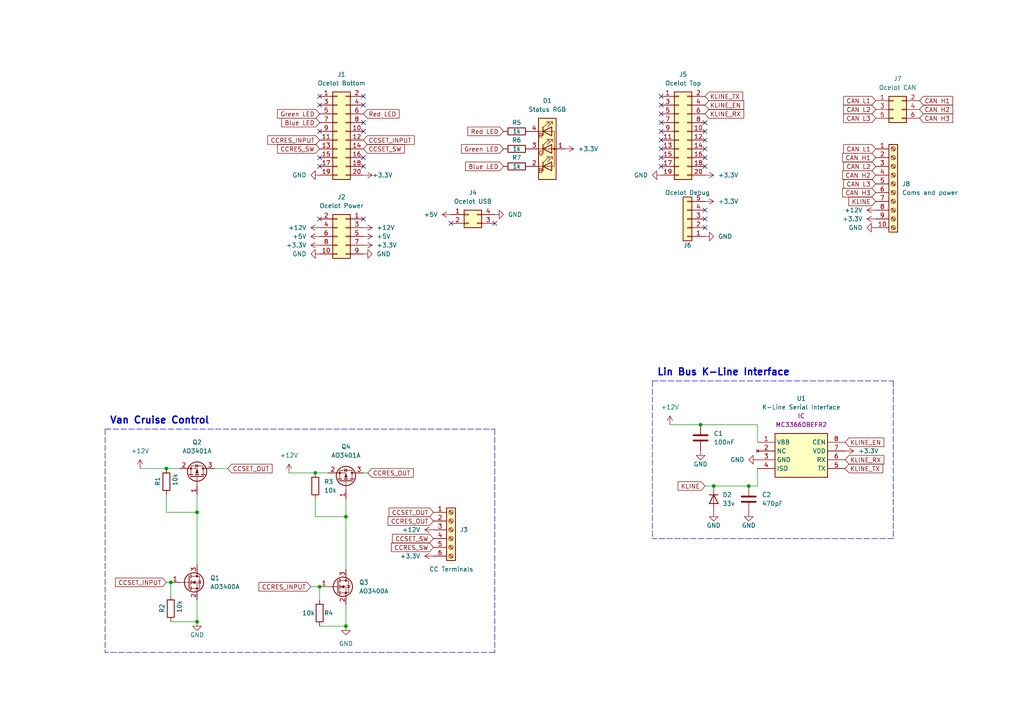
<source format=kicad_sch>
(kicad_sch (version 20211123) (generator eeschema)
  (paper "A4")
  (lib_symbols
    (symbol "Connector:Screw_Terminal_01x06" (pin_names (offset 1.016) hide)
      (property "Reference" "J" (at 0 7.62 0))
      (property "Value" "Screw_Terminal_01x06" (at 0 -10.16 0))
      (symbol "Screw_Terminal_01x06_1_1"
        (rectangle (start -1.27 6.35) (end 1.27 -8.89) (stroke (width 0.254)) (fill (type background)))
        (circle (center 0 -7.62) (radius 0.635) (stroke (width 0.1524)))
        (circle (center 0 -5.08) (radius 0.635) (stroke (width 0.1524)))
        (circle (center 0 -2.54) (radius 0.635) (stroke (width 0.1524)))
        (polyline (pts (xy -0.5334 -7.2898) (xy 0.3302 -8.128)) (stroke (width 0.1524)))
        (polyline (pts (xy -0.5334 -4.7498) (xy 0.3302 -5.588)) (stroke (width 0.1524)))
        (polyline (pts (xy -0.5334 -2.2098) (xy 0.3302 -3.048)) (stroke (width 0.1524)))
        (polyline (pts (xy -0.5334 0.3302) (xy 0.3302 -0.508)) (stroke (width 0.1524)))
        (polyline (pts (xy -0.5334 2.8702) (xy 0.3302 2.032)) (stroke (width 0.1524)))
        (polyline (pts (xy -0.5334 5.4102) (xy 0.3302 4.572)) (stroke (width 0.1524)))
        (polyline (pts (xy -0.3556 -7.112) (xy 0.508 -7.9502)) (stroke (width 0.1524)))
        (polyline (pts (xy -0.3556 -4.572) (xy 0.508 -5.4102)) (stroke (width 0.1524)))
        (polyline (pts (xy -0.3556 -2.032) (xy 0.508 -2.8702)) (stroke (width 0.1524)))
        (polyline (pts (xy -0.3556 0.508) (xy 0.508 -0.3302)) (stroke (width 0.1524)))
        (polyline (pts (xy -0.3556 3.048) (xy 0.508 2.2098)) (stroke (width 0.1524)))
        (polyline (pts (xy -0.3556 5.588) (xy 0.508 4.7498)) (stroke (width 0.1524)))
        (circle (center 0 0) (radius 0.635) (stroke (width 0.1524)))
        (circle (center 0 2.54) (radius 0.635) (stroke (width 0.1524)))
        (circle (center 0 5.08) (radius 0.635) (stroke (width 0.1524)))
        (pin passive line (at -5.08 5.08 0) (length 3.81) (name "Pin_1") (number "1"))
        (pin passive line (at -5.08 2.54 0) (length 3.81) (name "Pin_2") (number "2"))
        (pin passive line (at -5.08 0 0) (length 3.81) (name "Pin_3") (number "3"))
        (pin passive line (at -5.08 -2.54 0) (length 3.81) (name "Pin_4") (number "4"))
        (pin passive line (at -5.08 -5.08 0) (length 3.81) (name "Pin_5") (number "5"))
        (pin passive line (at -5.08 -7.62 0) (length 3.81) (name "Pin_6") (number "6"))
      )
    )
    (symbol "Connector:Screw_Terminal_01x10" (pin_names (offset 1.016) hide)
      (property "Reference" "J" (at 0 12.7 0))
      (property "Value" "Screw_Terminal_01x10" (at 0 -15.24 0))
      (symbol "Screw_Terminal_01x10_1_1"
        (rectangle (start -1.27 11.43) (end 1.27 -13.97) (stroke (width 0.254)) (fill (type background)))
        (circle (center 0 -12.7) (radius 0.635) (stroke (width 0.1524)))
        (circle (center 0 -10.16) (radius 0.635) (stroke (width 0.1524)))
        (circle (center 0 -7.62) (radius 0.635) (stroke (width 0.1524)))
        (circle (center 0 -5.08) (radius 0.635) (stroke (width 0.1524)))
        (circle (center 0 -2.54) (radius 0.635) (stroke (width 0.1524)))
        (polyline (pts (xy -0.5334 -12.3698) (xy 0.3302 -13.208)) (stroke (width 0.1524)))
        (polyline (pts (xy -0.5334 -9.8298) (xy 0.3302 -10.668)) (stroke (width 0.1524)))
        (polyline (pts (xy -0.5334 -7.2898) (xy 0.3302 -8.128)) (stroke (width 0.1524)))
        (polyline (pts (xy -0.5334 -4.7498) (xy 0.3302 -5.588)) (stroke (width 0.1524)))
        (polyline (pts (xy -0.5334 -2.2098) (xy 0.3302 -3.048)) (stroke (width 0.1524)))
        (polyline (pts (xy -0.5334 0.3302) (xy 0.3302 -0.508)) (stroke (width 0.1524)))
        (polyline (pts (xy -0.5334 2.8702) (xy 0.3302 2.032)) (stroke (width 0.1524)))
        (polyline (pts (xy -0.5334 5.4102) (xy 0.3302 4.572)) (stroke (width 0.1524)))
        (polyline (pts (xy -0.5334 7.9502) (xy 0.3302 7.112)) (stroke (width 0.1524)))
        (polyline (pts (xy -0.5334 10.4902) (xy 0.3302 9.652)) (stroke (width 0.1524)))
        (polyline (pts (xy -0.3556 -12.192) (xy 0.508 -13.0302)) (stroke (width 0.1524)))
        (polyline (pts (xy -0.3556 -9.652) (xy 0.508 -10.4902)) (stroke (width 0.1524)))
        (polyline (pts (xy -0.3556 -7.112) (xy 0.508 -7.9502)) (stroke (width 0.1524)))
        (polyline (pts (xy -0.3556 -4.572) (xy 0.508 -5.4102)) (stroke (width 0.1524)))
        (polyline (pts (xy -0.3556 -2.032) (xy 0.508 -2.8702)) (stroke (width 0.1524)))
        (polyline (pts (xy -0.3556 0.508) (xy 0.508 -0.3302)) (stroke (width 0.1524)))
        (polyline (pts (xy -0.3556 3.048) (xy 0.508 2.2098)) (stroke (width 0.1524)))
        (polyline (pts (xy -0.3556 5.588) (xy 0.508 4.7498)) (stroke (width 0.1524)))
        (polyline (pts (xy -0.3556 8.128) (xy 0.508 7.2898)) (stroke (width 0.1524)))
        (polyline (pts (xy -0.3556 10.668) (xy 0.508 9.8298)) (stroke (width 0.1524)))
        (circle (center 0 0) (radius 0.635) (stroke (width 0.1524)))
        (circle (center 0 2.54) (radius 0.635) (stroke (width 0.1524)))
        (circle (center 0 5.08) (radius 0.635) (stroke (width 0.1524)))
        (circle (center 0 7.62) (radius 0.635) (stroke (width 0.1524)))
        (circle (center 0 10.16) (radius 0.635) (stroke (width 0.1524)))
        (pin passive line (at -5.08 10.16 0) (length 3.81) (name "Pin_1") (number "1"))
        (pin passive line (at -5.08 -12.7 0) (length 3.81) (name "Pin_10") (number "10"))
        (pin passive line (at -5.08 7.62 0) (length 3.81) (name "Pin_2") (number "2"))
        (pin passive line (at -5.08 5.08 0) (length 3.81) (name "Pin_3") (number "3"))
        (pin passive line (at -5.08 2.54 0) (length 3.81) (name "Pin_4") (number "4"))
        (pin passive line (at -5.08 0 0) (length 3.81) (name "Pin_5") (number "5"))
        (pin passive line (at -5.08 -2.54 0) (length 3.81) (name "Pin_6") (number "6"))
        (pin passive line (at -5.08 -5.08 0) (length 3.81) (name "Pin_7") (number "7"))
        (pin passive line (at -5.08 -7.62 0) (length 3.81) (name "Pin_8") (number "8"))
        (pin passive line (at -5.08 -10.16 0) (length 3.81) (name "Pin_9") (number "9"))
      )
    )
    (symbol "Connector_Generic:Conn_01x05" (pin_names (offset 1.016) hide)
      (property "Reference" "J" (at 0 7.62 0))
      (property "Value" "Conn_01x05" (at 0 -7.62 0))
      (symbol "Conn_01x05_1_1"
        (rectangle (start -1.27 -4.953) (end 0 -5.207) (stroke (width 0.1524)))
        (rectangle (start -1.27 -2.413) (end 0 -2.667) (stroke (width 0.1524)))
        (rectangle (start -1.27 0.127) (end 0 -0.127) (stroke (width 0.1524)))
        (rectangle (start -1.27 2.667) (end 0 2.413) (stroke (width 0.1524)))
        (rectangle (start -1.27 5.207) (end 0 4.953) (stroke (width 0.1524)))
        (rectangle (start -1.27 6.35) (end 1.27 -6.35) (stroke (width 0.254)) (fill (type background)))
        (pin passive line (at -5.08 5.08 0) (length 3.81) (name "Pin_1") (number "1"))
        (pin passive line (at -5.08 2.54 0) (length 3.81) (name "Pin_2") (number "2"))
        (pin passive line (at -5.08 0 0) (length 3.81) (name "Pin_3") (number "3"))
        (pin passive line (at -5.08 -2.54 0) (length 3.81) (name "Pin_4") (number "4"))
        (pin passive line (at -5.08 -5.08 0) (length 3.81) (name "Pin_5") (number "5"))
      )
    )
    (symbol "Connector_Generic:Conn_02x02_Counter_Clockwise" (pin_names (offset 1.016) hide)
      (property "Reference" "J" (at 1.27 2.54 0))
      (property "Value" "Conn_02x02_Counter_Clockwise" (at 1.27 -5.08 0))
      (symbol "Conn_02x02_Counter_Clockwise_1_1"
        (rectangle (start -1.27 -2.413) (end 0 -2.667) (stroke (width 0.1524)))
        (rectangle (start -1.27 0.127) (end 0 -0.127) (stroke (width 0.1524)))
        (rectangle (start -1.27 1.27) (end 3.81 -3.81) (stroke (width 0.254)) (fill (type background)))
        (rectangle (start 3.81 -2.413) (end 2.54 -2.667) (stroke (width 0.1524)))
        (rectangle (start 3.81 0.127) (end 2.54 -0.127) (stroke (width 0.1524)))
        (pin passive line (at -5.08 0 0) (length 3.81) (name "Pin_1") (number "1"))
        (pin passive line (at -5.08 -2.54 0) (length 3.81) (name "Pin_2") (number "2"))
        (pin passive line (at 7.62 -2.54 180) (length 3.81) (name "Pin_3") (number "3"))
        (pin passive line (at 7.62 0 180) (length 3.81) (name "Pin_4") (number "4"))
      )
    )
    (symbol "Connector_Generic:Conn_02x03_Odd_Even" (pin_names (offset 1.016) hide)
      (property "Reference" "J" (at 1.27 5.08 0))
      (property "Value" "Conn_02x03_Odd_Even" (at 1.27 -5.08 0))
      (symbol "Conn_02x03_Odd_Even_1_1"
        (rectangle (start -1.27 -2.413) (end 0 -2.667) (stroke (width 0.1524)))
        (rectangle (start -1.27 0.127) (end 0 -0.127) (stroke (width 0.1524)))
        (rectangle (start -1.27 2.667) (end 0 2.413) (stroke (width 0.1524)))
        (rectangle (start -1.27 3.81) (end 3.81 -3.81) (stroke (width 0.254)) (fill (type background)))
        (rectangle (start 3.81 -2.413) (end 2.54 -2.667) (stroke (width 0.1524)))
        (rectangle (start 3.81 0.127) (end 2.54 -0.127) (stroke (width 0.1524)))
        (rectangle (start 3.81 2.667) (end 2.54 2.413) (stroke (width 0.1524)))
        (pin passive line (at -5.08 2.54 0) (length 3.81) (name "Pin_1") (number "1"))
        (pin passive line (at 7.62 2.54 180) (length 3.81) (name "Pin_2") (number "2"))
        (pin passive line (at -5.08 0 0) (length 3.81) (name "Pin_3") (number "3"))
        (pin passive line (at 7.62 0 180) (length 3.81) (name "Pin_4") (number "4"))
        (pin passive line (at -5.08 -2.54 0) (length 3.81) (name "Pin_5") (number "5"))
        (pin passive line (at 7.62 -2.54 180) (length 3.81) (name "Pin_6") (number "6"))
      )
    )
    (symbol "Connector_Generic:Conn_02x05_Odd_Even" (pin_names (offset 1.016) hide)
      (property "Reference" "J" (at 1.27 7.62 0))
      (property "Value" "Conn_02x05_Odd_Even" (at 1.27 -7.62 0))
      (symbol "Conn_02x05_Odd_Even_1_1"
        (rectangle (start -1.27 -4.953) (end 0 -5.207) (stroke (width 0.1524)))
        (rectangle (start -1.27 -2.413) (end 0 -2.667) (stroke (width 0.1524)))
        (rectangle (start -1.27 0.127) (end 0 -0.127) (stroke (width 0.1524)))
        (rectangle (start -1.27 2.667) (end 0 2.413) (stroke (width 0.1524)))
        (rectangle (start -1.27 5.207) (end 0 4.953) (stroke (width 0.1524)))
        (rectangle (start -1.27 6.35) (end 3.81 -6.35) (stroke (width 0.254)) (fill (type background)))
        (rectangle (start 3.81 -4.953) (end 2.54 -5.207) (stroke (width 0.1524)))
        (rectangle (start 3.81 -2.413) (end 2.54 -2.667) (stroke (width 0.1524)))
        (rectangle (start 3.81 0.127) (end 2.54 -0.127) (stroke (width 0.1524)))
        (rectangle (start 3.81 2.667) (end 2.54 2.413) (stroke (width 0.1524)))
        (rectangle (start 3.81 5.207) (end 2.54 4.953) (stroke (width 0.1524)))
        (pin passive line (at -5.08 5.08 0) (length 3.81) (name "Pin_1") (number "1"))
        (pin passive line (at 7.62 -5.08 180) (length 3.81) (name "Pin_10") (number "10"))
        (pin passive line (at 7.62 5.08 180) (length 3.81) (name "Pin_2") (number "2"))
        (pin passive line (at -5.08 2.54 0) (length 3.81) (name "Pin_3") (number "3"))
        (pin passive line (at 7.62 2.54 180) (length 3.81) (name "Pin_4") (number "4"))
        (pin passive line (at -5.08 0 0) (length 3.81) (name "Pin_5") (number "5"))
        (pin passive line (at 7.62 0 180) (length 3.81) (name "Pin_6") (number "6"))
        (pin passive line (at -5.08 -2.54 0) (length 3.81) (name "Pin_7") (number "7"))
        (pin passive line (at 7.62 -2.54 180) (length 3.81) (name "Pin_8") (number "8"))
        (pin passive line (at -5.08 -5.08 0) (length 3.81) (name "Pin_9") (number "9"))
      )
    )
    (symbol "Connector_Generic:Conn_02x10_Odd_Even" (pin_names (offset 1.016) hide)
      (property "Reference" "J" (at 1.27 12.7 0))
      (property "Value" "Conn_02x10_Odd_Even" (at 1.27 -15.24 0))
      (symbol "Conn_02x10_Odd_Even_1_1"
        (rectangle (start -1.27 -12.573) (end 0 -12.827) (stroke (width 0.1524)))
        (rectangle (start -1.27 -10.033) (end 0 -10.287) (stroke (width 0.1524)))
        (rectangle (start -1.27 -7.493) (end 0 -7.747) (stroke (width 0.1524)))
        (rectangle (start -1.27 -4.953) (end 0 -5.207) (stroke (width 0.1524)))
        (rectangle (start -1.27 -2.413) (end 0 -2.667) (stroke (width 0.1524)))
        (rectangle (start -1.27 0.127) (end 0 -0.127) (stroke (width 0.1524)))
        (rectangle (start -1.27 2.667) (end 0 2.413) (stroke (width 0.1524)))
        (rectangle (start -1.27 5.207) (end 0 4.953) (stroke (width 0.1524)))
        (rectangle (start -1.27 7.747) (end 0 7.493) (stroke (width 0.1524)))
        (rectangle (start -1.27 10.287) (end 0 10.033) (stroke (width 0.1524)))
        (rectangle (start -1.27 11.43) (end 3.81 -13.97) (stroke (width 0.254)) (fill (type background)))
        (rectangle (start 3.81 -12.573) (end 2.54 -12.827) (stroke (width 0.1524)))
        (rectangle (start 3.81 -10.033) (end 2.54 -10.287) (stroke (width 0.1524)))
        (rectangle (start 3.81 -7.493) (end 2.54 -7.747) (stroke (width 0.1524)))
        (rectangle (start 3.81 -4.953) (end 2.54 -5.207) (stroke (width 0.1524)))
        (rectangle (start 3.81 -2.413) (end 2.54 -2.667) (stroke (width 0.1524)))
        (rectangle (start 3.81 0.127) (end 2.54 -0.127) (stroke (width 0.1524)))
        (rectangle (start 3.81 2.667) (end 2.54 2.413) (stroke (width 0.1524)))
        (rectangle (start 3.81 5.207) (end 2.54 4.953) (stroke (width 0.1524)))
        (rectangle (start 3.81 7.747) (end 2.54 7.493) (stroke (width 0.1524)))
        (rectangle (start 3.81 10.287) (end 2.54 10.033) (stroke (width 0.1524)))
        (pin passive line (at -5.08 10.16 0) (length 3.81) (name "Pin_1") (number "1"))
        (pin passive line (at 7.62 0 180) (length 3.81) (name "Pin_10") (number "10"))
        (pin passive line (at -5.08 -2.54 0) (length 3.81) (name "Pin_11") (number "11"))
        (pin passive line (at 7.62 -2.54 180) (length 3.81) (name "Pin_12") (number "12"))
        (pin passive line (at -5.08 -5.08 0) (length 3.81) (name "Pin_13") (number "13"))
        (pin passive line (at 7.62 -5.08 180) (length 3.81) (name "Pin_14") (number "14"))
        (pin passive line (at -5.08 -7.62 0) (length 3.81) (name "Pin_15") (number "15"))
        (pin passive line (at 7.62 -7.62 180) (length 3.81) (name "Pin_16") (number "16"))
        (pin passive line (at -5.08 -10.16 0) (length 3.81) (name "Pin_17") (number "17"))
        (pin passive line (at 7.62 -10.16 180) (length 3.81) (name "Pin_18") (number "18"))
        (pin passive line (at -5.08 -12.7 0) (length 3.81) (name "Pin_19") (number "19"))
        (pin passive line (at 7.62 10.16 180) (length 3.81) (name "Pin_2") (number "2"))
        (pin passive line (at 7.62 -12.7 180) (length 3.81) (name "Pin_20") (number "20"))
        (pin passive line (at -5.08 7.62 0) (length 3.81) (name "Pin_3") (number "3"))
        (pin passive line (at 7.62 7.62 180) (length 3.81) (name "Pin_4") (number "4"))
        (pin passive line (at -5.08 5.08 0) (length 3.81) (name "Pin_5") (number "5"))
        (pin passive line (at 7.62 5.08 180) (length 3.81) (name "Pin_6") (number "6"))
        (pin passive line (at -5.08 2.54 0) (length 3.81) (name "Pin_7") (number "7"))
        (pin passive line (at 7.62 2.54 180) (length 3.81) (name "Pin_8") (number "8"))
        (pin passive line (at -5.08 0 0) (length 3.81) (name "Pin_9") (number "9"))
      )
    )
    (symbol "Device:C" (pin_numbers hide) (pin_names (offset 0.254))
      (property "Reference" "C" (at 0.635 2.54 0))
      (property "Value" "C" (at 0.635 -2.54 0))
      (symbol "C_0_1"
        (polyline (pts (xy -2.032 -0.762) (xy 2.032 -0.762)) (stroke (width 0.508)))
        (polyline (pts (xy -2.032 0.762) (xy 2.032 0.762)) (stroke (width 0.508)))
      )
      (symbol "C_1_1"
        (pin passive line (at 0 3.81 270) (length 2.794) (name "~") (number "1"))
        (pin passive line (at 0 -3.81 90) (length 2.794) (name "~") (number "2"))
      )
    )
    (symbol "Device:D" (pin_numbers hide) (pin_names (offset 1.016) hide)
      (property "Reference" "D" (at 0 2.54 0))
      (property "Value" "D" (at 0 -2.54 0))
      (symbol "D_0_1"
        (polyline (pts (xy -1.27 1.27) (xy -1.27 -1.27)) (stroke (width 0.254)))
        (polyline (pts (xy 1.27 0) (xy -1.27 0)))
        (polyline (pts (xy 1.27 1.27) (xy 1.27 -1.27) (xy -1.27 0) (xy 1.27 1.27)) (stroke (width 0.254)))
      )
      (symbol "D_1_1"
        (pin passive line (at -3.81 0 0) (length 2.54) (name "K") (number "1"))
        (pin passive line (at 3.81 0 180) (length 2.54) (name "A") (number "2"))
      )
    )
    (symbol "Device:R" (pin_numbers hide) (pin_names (offset 0))
      (property "Reference" "R" (at 2.032 0 90))
      (property "Value" "R" (at 0 0 90))
      (symbol "R_0_1"
        (rectangle (start -1.016 -2.54) (end 1.016 2.54) (stroke (width 0.254)))
      )
      (symbol "R_1_1"
        (pin passive line (at 0 3.81 270) (length 1.27) (name "~") (number "1"))
        (pin passive line (at 0 -3.81 90) (length 1.27) (name "~") (number "2"))
      )
    )
    (symbol "Interface_LIN_CAN:MC33660BEFR2"
      (property "Value" "MC33660BEFR2" (at 0 0 0))
      (property "Reference_1" "IC" (at 21.59 7.62 0))
      (property "Value_1" "MC33660BEFR2" (at 21.59 5.08 0))
      (symbol "MC33660BEFR2_1_1"
        (rectangle (start 5.08 2.54) (end 20.32 -10.16) (stroke (width 0.254)) (fill (type background)))
        (pin passive line (at 0 0 0) (length 5.08) (name "VBB") (number "1"))
        (pin no_connect line (at 0 -2.54 0) (length 5.08) (name "NC") (number "2"))
        (pin passive line (at 0 -5.08 0) (length 5.08) (name "GND") (number "3"))
        (pin passive line (at 0 -7.62 0) (length 5.08) (name "ISO") (number "4"))
        (pin passive line (at 25.4 -7.62 180) (length 5.08) (name "TX") (number "5"))
        (pin passive line (at 25.4 -5.08 180) (length 5.08) (name "RX") (number "6"))
        (pin passive line (at 25.4 -2.54 180) (length 5.08) (name "VDD") (number "7"))
        (pin passive line (at 25.4 0 180) (length 5.08) (name "CEN") (number "8"))
      )
    )
    (symbol "LED:ASMB-MTB0-0A3A2" (pin_names (offset 0) hide)
      (property "Reference" "D" (at 0 10.16 0))
      (property "Value" "ASMB-MTB0-0A3A2" (at 0 -10.16 0))
      (symbol "ASMB-MTB0-0A3A2_0_0"
        (text "B" (at -1.905 -6.35 0) (effects (font (size 1.27 1.27))))
        (text "G" (at -1.905 -1.27 0) (effects (font (size 1.27 1.27))))
        (text "R" (at -1.905 3.81 0) (effects (font (size 1.27 1.27))))
      )
      (symbol "ASMB-MTB0-0A3A2_0_1"
        (rectangle (start -2.54 -8.89) (end 2.54 8.89) (stroke (width 0.254)) (fill (type background)))
        (polyline (pts (xy -2.54 -5.08) (xy 1.27 -5.08)))
        (polyline (pts (xy -1.27 -3.81) (xy -1.27 -6.35)) (stroke (width 0.254)))
        (polyline (pts (xy -1.27 1.27) (xy -1.27 -1.27)) (stroke (width 0.254)))
        (polyline (pts (xy -1.27 6.35) (xy -1.27 3.81)) (stroke (width 0.254)))
        (polyline (pts (xy 1.27 5.08) (xy -2.54 5.08)))
        (polyline (pts (xy 2.54 0) (xy -2.54 0)))
        (polyline (pts (xy 1.27 -5.08) (xy 2.032 -5.08) (xy 2.032 5.08) (xy 1.27 5.08)))
        (polyline (pts (xy 1.27 -3.81) (xy 1.27 -6.35) (xy -1.27 -5.08) (xy 1.27 -3.81)) (stroke (width 0.254)))
        (polyline (pts (xy 1.27 1.27) (xy 1.27 -1.27) (xy -1.27 0) (xy 1.27 1.27)) (stroke (width 0.254)))
        (polyline (pts (xy 1.27 6.35) (xy 1.27 3.81) (xy -1.27 5.08) (xy 1.27 6.35)) (stroke (width 0.254)))
        (polyline (pts (xy -1.016 -3.81) (xy 0.508 -2.286) (xy -0.254 -2.286) (xy 0.508 -2.286) (xy 0.508 -3.048)))
        (polyline (pts (xy -1.016 1.27) (xy 0.508 2.794) (xy -0.254 2.794) (xy 0.508 2.794) (xy 0.508 2.032)))
        (polyline (pts (xy -1.016 6.35) (xy 0.508 7.874) (xy -0.254 7.874) (xy 0.508 7.874) (xy 0.508 7.112)))
        (polyline (pts (xy 0 -3.81) (xy 1.524 -2.286) (xy 0.762 -2.286) (xy 1.524 -2.286) (xy 1.524 -3.048)))
        (polyline (pts (xy 0 1.27) (xy 1.524 2.794) (xy 0.762 2.794) (xy 1.524 2.794) (xy 1.524 2.032)))
        (polyline (pts (xy 0 6.35) (xy 1.524 7.874) (xy 0.762 7.874) (xy 1.524 7.874) (xy 1.524 7.112)))
        (rectangle (start 1.27 6.35) (end 1.27 6.35))
        (circle (center 2.032 0) (radius 0.254) (fill (type outline)))
      )
      (symbol "ASMB-MTB0-0A3A2_1_1"
        (pin passive line (at 5.08 0 180) (length 2.54) (name "A") (number "1"))
        (pin passive line (at -5.08 -5.08 0) (length 2.54) (name "BK") (number "2"))
        (pin passive line (at -5.08 0 0) (length 2.54) (name "GK") (number "3"))
        (pin passive line (at -5.08 5.08 0) (length 2.54) (name "RK") (number "4"))
      )
    )
    (symbol "Transistor_FET:AO3400A" (pin_names hide)
      (property "Reference" "Q" (at 5.08 1.905 0))
      (property "Value" "AO3400A" (at 5.08 0 0))
      (symbol "AO3400A_0_1"
        (polyline (pts (xy 0.254 0) (xy -2.54 0)))
        (polyline (pts (xy 0.254 1.905) (xy 0.254 -1.905)) (stroke (width 0.254)))
        (polyline (pts (xy 0.762 -1.27) (xy 0.762 -2.286)) (stroke (width 0.254)))
        (polyline (pts (xy 0.762 0.508) (xy 0.762 -0.508)) (stroke (width 0.254)))
        (polyline (pts (xy 0.762 2.286) (xy 0.762 1.27)) (stroke (width 0.254)))
        (polyline (pts (xy 2.54 2.54) (xy 2.54 1.778)))
        (polyline (pts (xy 2.54 -2.54) (xy 2.54 0) (xy 0.762 0)))
        (polyline (pts (xy 0.762 -1.778) (xy 3.302 -1.778) (xy 3.302 1.778) (xy 0.762 1.778)))
        (polyline (pts (xy 1.016 0) (xy 2.032 0.381) (xy 2.032 -0.381) (xy 1.016 0)) (fill (type outline)))
        (polyline (pts (xy 2.794 0.508) (xy 2.921 0.381) (xy 3.683 0.381) (xy 3.81 0.254)))
        (polyline (pts (xy 3.302 0.381) (xy 2.921 -0.254) (xy 3.683 -0.254) (xy 3.302 0.381)))
        (circle (center 1.651 0) (radius 2.794) (stroke (width 0.254)))
        (circle (center 2.54 -1.778) (radius 0.254) (fill (type outline)))
        (circle (center 2.54 1.778) (radius 0.254) (fill (type outline)))
      )
      (symbol "AO3400A_1_1"
        (pin input line (at -5.08 0 0) (length 2.54) (name "G") (number "1"))
        (pin passive line (at 2.54 -5.08 90) (length 2.54) (name "S") (number "2"))
        (pin passive line (at 2.54 5.08 270) (length 2.54) (name "D") (number "3"))
      )
    )
    (symbol "Transistor_FET:AO3401A" (pin_names hide)
      (property "Reference" "Q" (at 5.08 1.905 0))
      (property "Value" "AO3401A" (at 5.08 0 0))
      (symbol "AO3401A_0_1"
        (polyline (pts (xy 0.254 0) (xy -2.54 0)))
        (polyline (pts (xy 0.254 1.905) (xy 0.254 -1.905)) (stroke (width 0.254)))
        (polyline (pts (xy 0.762 -1.27) (xy 0.762 -2.286)) (stroke (width 0.254)))
        (polyline (pts (xy 0.762 0.508) (xy 0.762 -0.508)) (stroke (width 0.254)))
        (polyline (pts (xy 0.762 2.286) (xy 0.762 1.27)) (stroke (width 0.254)))
        (polyline (pts (xy 2.54 2.54) (xy 2.54 1.778)))
        (polyline (pts (xy 2.54 -2.54) (xy 2.54 0) (xy 0.762 0)))
        (polyline (pts (xy 0.762 1.778) (xy 3.302 1.778) (xy 3.302 -1.778) (xy 0.762 -1.778)))
        (polyline (pts (xy 2.286 0) (xy 1.27 0.381) (xy 1.27 -0.381) (xy 2.286 0)) (fill (type outline)))
        (polyline (pts (xy 2.794 -0.508) (xy 2.921 -0.381) (xy 3.683 -0.381) (xy 3.81 -0.254)))
        (polyline (pts (xy 3.302 -0.381) (xy 2.921 0.254) (xy 3.683 0.254) (xy 3.302 -0.381)))
        (circle (center 1.651 0) (radius 2.794) (stroke (width 0.254)))
        (circle (center 2.54 -1.778) (radius 0.254) (fill (type outline)))
        (circle (center 2.54 1.778) (radius 0.254) (fill (type outline)))
      )
      (symbol "AO3401A_1_1"
        (pin input line (at -5.08 0 0) (length 2.54) (name "G") (number "1"))
        (pin passive line (at 2.54 -5.08 90) (length 2.54) (name "S") (number "2"))
        (pin passive line (at 2.54 5.08 270) (length 2.54) (name "D") (number "3"))
      )
    )
    (symbol "power:+12V" (power) (pin_names (offset 0))
      (property "Value" "+12V" (at 0 3.556 0))
      (symbol "+12V_0_1"
        (polyline (pts (xy -0.762 1.27) (xy 0 2.54)))
        (polyline (pts (xy 0 0) (xy 0 2.54)))
        (polyline (pts (xy 0 2.54) (xy 0.762 1.27)))
      )
      (symbol "+12V_1_1"
        (pin power_in line (at 0 0 90) (length 0) hide (name "+12V") (number "1"))
      )
    )
    (symbol "power:+3.3V" (power) (pin_names (offset 0))
      (property "Value" "+3.3V" (at 0 3.556 0))
      (symbol "+3.3V_0_1"
        (polyline (pts (xy -0.762 1.27) (xy 0 2.54)))
        (polyline (pts (xy 0 0) (xy 0 2.54)))
        (polyline (pts (xy 0 2.54) (xy 0.762 1.27)))
      )
      (symbol "+3.3V_1_1"
        (pin power_in line (at 0 0 90) (length 0) hide (name "+3.3V") (number "1"))
      )
    )
    (symbol "power:+5V" (power) (pin_names (offset 0))
      (property "Value" "+5V" (at 0 3.556 0))
      (symbol "+5V_0_1"
        (polyline (pts (xy -0.762 1.27) (xy 0 2.54)))
        (polyline (pts (xy 0 0) (xy 0 2.54)))
        (polyline (pts (xy 0 2.54) (xy 0.762 1.27)))
      )
      (symbol "+5V_1_1"
        (pin power_in line (at 0 0 90) (length 0) hide (name "+5V") (number "1"))
      )
    )
    (symbol "power:GND" (power) (pin_names (offset 0))
      (property "Value" "GND" (at 0 -3.81 0))
      (symbol "GND_0_1"
        (polyline (pts (xy 0 0) (xy 0 -1.27) (xy 1.27 -1.27) (xy 0 -2.54) (xy -1.27 -1.27) (xy 0 -1.27)))
      )
      (symbol "GND_1_1"
        (pin power_in line (at 0 0 270) (length 0) hide (name "GND") (number "1"))
      )
    )
  )
  (junction (at 49.53 168.91))
  (junction (at 203.2 123.19))
  (junction (at 92.71 170.18))
  (junction (at 217.17 140.97))
  (junction (at 91.44 137.16))
  (junction (at 57.15 148.59))
  (junction (at 100.33 149.86))
  (junction (at 57.15 180.34))
  (junction (at 207.01 140.97))
  (junction (at 100.33 181.61))
  (junction (at 48.26 135.89))
  (no_connect (at 191.77 30.48))
  (no_connect (at 204.47 48.26))
  (no_connect (at 191.77 38.1))
  (no_connect (at 204.47 38.1))
  (no_connect (at 92.71 27.94))
  (no_connect (at 204.47 63.5))
  (no_connect (at 105.41 38.1))
  (no_connect (at 92.71 30.48))
  (no_connect (at 105.41 63.5))
  (no_connect (at 191.77 33.02))
  (no_connect (at 204.47 60.96))
  (no_connect (at 191.77 48.26))
  (no_connect (at 191.77 35.56))
  (no_connect (at 191.77 45.72))
  (no_connect (at 204.47 40.64))
  (no_connect (at 191.77 40.64))
  (no_connect (at 92.71 45.72))
  (no_connect (at 143.51 64.77))
  (no_connect (at 191.77 43.18))
  (no_connect (at 204.47 66.04))
  (no_connect (at 191.77 27.94))
  (no_connect (at 92.71 63.5))
  (no_connect (at 92.71 48.26))
  (no_connect (at 130.81 64.77))
  (no_connect (at 204.47 43.18))
  (no_connect (at 92.71 38.1))
  (no_connect (at 105.41 48.26))
  (no_connect (at 105.41 30.48))
  (no_connect (at 204.47 35.56))
  (no_connect (at 204.47 45.72))
  (no_connect (at 105.41 35.56))
  (no_connect (at 105.41 45.72))
  (no_connect (at 105.41 27.94))
  (wire (pts (xy 83.82 137.16) (xy 91.44 137.16)))
  (wire (pts (xy 219.71 123.19) (xy 219.71 128.27)))
  (wire (pts (xy 92.71 173.99) (xy 92.71 170.18)))
  (polyline (pts (xy 259.08 156.21) (xy 189.23 156.21)))
  (wire (pts (xy 219.71 140.97) (xy 219.71 135.89)))
  (polyline (pts (xy 143.51 124.46) (xy 143.51 189.23)))
  (wire (pts (xy 219.71 123.19) (xy 203.2 123.19)))
  (wire (pts (xy 40.64 135.89) (xy 48.26 135.89)))
  (wire (pts (xy 57.15 180.34) (xy 49.53 180.34)))
  (wire (pts (xy 91.44 144.78) (xy 91.44 149.86)))
  (wire (pts (xy 48.26 135.89) (xy 52.07 135.89)))
  (wire (pts (xy 100.33 175.26) (xy 100.33 181.61)))
  (wire (pts (xy 194.31 123.19) (xy 203.2 123.19)))
  (wire (pts (xy 100.33 165.1) (xy 100.33 149.86)))
  (wire (pts (xy 48.26 168.91) (xy 49.53 168.91)))
  (wire (pts (xy 91.44 137.16) (xy 95.25 137.16)))
  (wire (pts (xy 207.01 140.97) (xy 217.17 140.97)))
  (wire (pts (xy 105.41 137.16) (xy 106.68 137.16)))
  (wire (pts (xy 49.53 172.72) (xy 49.53 168.91)))
  (wire (pts (xy 48.26 143.51) (xy 48.26 148.59)))
  (polyline (pts (xy 259.08 110.49) (xy 259.08 156.21)))
  (wire (pts (xy 91.44 149.86) (xy 100.33 149.86)))
  (wire (pts (xy 57.15 163.83) (xy 57.15 148.59)))
  (wire (pts (xy 57.15 173.99) (xy 57.15 180.34)))
  (polyline (pts (xy 30.48 124.46) (xy 143.51 124.46)))
  (wire (pts (xy 100.33 181.61) (xy 92.71 181.61)))
  (polyline (pts (xy 189.23 110.49) (xy 259.08 110.49)))
  (polyline (pts (xy 143.51 189.23) (xy 30.48 189.23)))
  (polyline (pts (xy 30.48 124.46) (xy 30.48 189.23)))
  (wire (pts (xy 62.23 135.89) (xy 66.04 135.89)))
  (wire (pts (xy 217.17 140.97) (xy 219.71 140.97)))
  (wire (pts (xy 204.47 140.97) (xy 207.01 140.97)))
  (polyline (pts (xy 189.23 110.49) (xy 189.23 156.21)))
  (wire (pts (xy 57.15 148.59) (xy 57.15 143.51)))
  (wire (pts (xy 100.33 149.86) (xy 100.33 144.78)))
  (wire (pts (xy 48.26 148.59) (xy 57.15 148.59)))
  (wire (pts (xy 90.17 170.18) (xy 92.71 170.18)))
  (text "Van Cruise Control" (at 31.75 123.19 0) (effects (font (size 2 2) (thickness 0.4) bold) (justify left bottom)))
  (text "Lin Bus K-Line Interface" (at 190.5 109.22 0) (effects (font (size 2 2) (thickness 0.4) bold) (justify left bottom)))
  (global_label "CCRES_OUT" (shape input) (at 106.68 137.16 0) (property "Intersheet References" "${INTERSHEET_REFS}" (effects hide)))
  (global_label "Red LED" (shape input) (at 105.41 33.02 0) (property "Intersheet References" "${INTERSHEET_REFS}" (effects hide)))
  (global_label "Blue LED" (shape input) (at 146.05 48.26 180) (property "Intersheet References" "${INTERSHEET_REFS}" (effects hide)))
  (global_label "KLINE_RX" (shape input) (at 245.11 133.35 0) (property "Intersheet References" "${INTERSHEET_REFS}" (effects hide)))
  (global_label "KLINE_EN" (shape input) (at 245.11 128.27 0) (property "Intersheet References" "${INTERSHEET_REFS}" (effects hide)))
  (global_label "CCRES_SW" (shape input) (at 125.73 158.75 180) (property "Intersheet References" "${INTERSHEET_REFS}" (effects hide)))
  (global_label "KLINE_EN" (shape input) (at 204.47 30.48 0) (property "Intersheet References" "${INTERSHEET_REFS}" (effects hide)))
  (global_label "CAN H2" (shape input) (at 254 50.8 180) (property "Intersheet References" "${INTERSHEET_REFS}" (effects hide)))
  (global_label "CCSET_OUT" (shape input) (at 125.73 148.59 180) (property "Intersheet References" "${INTERSHEET_REFS}" (effects hide)))
  (global_label "CCSET_SW" (shape input) (at 125.73 156.21 180) (property "Intersheet References" "${INTERSHEET_REFS}" (effects hide)))
  (global_label "CAN H3" (shape input) (at 254 55.88 180) (property "Intersheet References" "${INTERSHEET_REFS}" (effects hide)))
  (global_label "CCRES_SW" (shape input) (at 92.71 43.18 180) (property "Intersheet References" "${INTERSHEET_REFS}" (effects hide)))
  (global_label "Blue LED" (shape input) (at 92.71 35.56 180) (property "Intersheet References" "${INTERSHEET_REFS}" (effects hide)))
  (global_label "CCSET_INPUT" (shape input) (at 48.26 168.91 180) (property "Intersheet References" "${INTERSHEET_REFS}" (effects hide)))
  (global_label "KLINE_TX" (shape input) (at 245.11 135.89 0) (property "Intersheet References" "${INTERSHEET_REFS}" (effects hide)))
  (global_label "CCRES_INPUT" (shape input) (at 90.17 170.18 180) (property "Intersheet References" "${INTERSHEET_REFS}" (effects hide)))
  (global_label "CCSET_OUT" (shape input) (at 66.04 135.89 0) (property "Intersheet References" "${INTERSHEET_REFS}" (effects hide)))
  (global_label "CCRES_INPUT" (shape input) (at 92.71 40.64 180) (property "Intersheet References" "${INTERSHEET_REFS}" (effects hide)))
  (global_label "KLINE_TX" (shape input) (at 204.47 27.94 0) (property "Intersheet References" "${INTERSHEET_REFS}" (effects hide)))
  (global_label "Green LED" (shape input) (at 146.05 43.18 180) (property "Intersheet References" "${INTERSHEET_REFS}" (effects hide)))
  (global_label "CAN L3" (shape input) (at 254 53.34 180) (property "Intersheet References" "${INTERSHEET_REFS}" (effects hide)))
  (global_label "CAN H1" (shape input) (at 266.7 29.21 0) (property "Intersheet References" "${INTERSHEET_REFS}" (effects hide)))
  (global_label "CAN H2" (shape input) (at 266.7 31.75 0) (property "Intersheet References" "${INTERSHEET_REFS}" (effects hide)))
  (global_label "Red LED" (shape input) (at 146.05 38.1 180) (property "Intersheet References" "${INTERSHEET_REFS}" (effects hide)))
  (global_label "CAN L2" (shape input) (at 254 48.26 180) (property "Intersheet References" "${INTERSHEET_REFS}" (effects hide)))
  (global_label "CCSET_SW" (shape input) (at 105.41 43.18 0) (property "Intersheet References" "${INTERSHEET_REFS}" (effects hide)))
  (global_label "CCSET_INPUT" (shape input) (at 105.41 40.64 0) (property "Intersheet References" "${INTERSHEET_REFS}" (effects hide)))
  (global_label "KLINE" (shape input) (at 254 58.42 180) (property "Intersheet References" "${INTERSHEET_REFS}" (effects hide)))
  (global_label "CAN L1" (shape input) (at 254 43.18 180) (property "Intersheet References" "${INTERSHEET_REFS}" (effects hide)))
  (global_label "CAN H3" (shape input) (at 266.7 34.29 0) (property "Intersheet References" "${INTERSHEET_REFS}" (effects hide)))
  (global_label "CAN H1" (shape input) (at 254 45.72 180) (property "Intersheet References" "${INTERSHEET_REFS}" (effects hide)))
  (global_label "CAN L2" (shape input) (at 254 31.75 180) (property "Intersheet References" "${INTERSHEET_REFS}" (effects hide)))
  (global_label "CCRES_OUT" (shape input) (at 125.73 151.13 180) (property "Intersheet References" "${INTERSHEET_REFS}" (effects hide)))
  (global_label "Green LED" (shape input) (at 92.71 33.02 180) (property "Intersheet References" "${INTERSHEET_REFS}" (effects hide)))
  (global_label "KLINE" (shape input) (at 204.47 140.97 180) (property "Intersheet References" "${INTERSHEET_REFS}" (effects hide)))
  (global_label "KLINE_RX" (shape input) (at 204.47 33.02 0) (property "Intersheet References" "${INTERSHEET_REFS}" (effects hide)))
  (global_label "CAN L3" (shape input) (at 254 34.29 180) (property "Intersheet References" "${INTERSHEET_REFS}" (effects hide)))
  (global_label "CAN L1" (shape input) (at 254 29.21 180) (property "Intersheet References" "${INTERSHEET_REFS}" (effects hide)))
  (symbol (lib_id "power:+5V") (at 130.81 62.23 90) (unit 1)
    (property "Reference" "#PWR0107" (effects hide))
    (property "Value" "+5V" (at 127 62.2299 90) (effects (justify left)))
  )
  (symbol (lib_id "power:+12V") (at 254 60.96 90) (unit 1)
    (property "Reference" "#PWR0132" (effects hide))
    (property "Value" "+12V" (at 250.19 60.9599 90) (effects (justify left)))
  )
  (symbol (lib_id "Device:R") (at 149.86 43.18 270) (unit 1)
    (property "Reference" "R6" (at 149.86 40.64 90))
    (property "Value" "1k" (at 149.86 43.18 90))
    (property "Footprint" "Resistor_SMD:R_0402_1005Metric" (effects hide))
  )
  (symbol (lib_id "power:GND") (at 92.71 50.8 270) (unit 1)
    (property "Reference" "#PWR0118" (effects hide))
    (property "Value" "GND" (at 88.9 50.7999 90) (effects (justify right)))
  )
  (symbol (lib_id "Device:R") (at 91.44 140.97 0) (unit 1)
    (property "Reference" "R3" (at 93.98 139.6999 0) (effects (justify left)))
    (property "Value" "10k" (at 93.98 142.2399 0) (effects (justify left)))
    (property "Footprint" "Resistor_SMD:R_0402_1005Metric" (effects hide))
  )
  (symbol (lib_id "Connector_Generic:Conn_02x10_Odd_Even") (at 97.79 38.1 0) (unit 1)
    (property "Reference" "J1" (at 99.06 21.59 0))
    (property "Value" "Ocelot Bottom" (at 99.06 24.13 0))
    (property "Footprint" "Connector_PinHeader_2.54mm:PinHeader_2x10_P2.54mm_Vertical" (effects hide))
  )
  (symbol (lib_id "Transistor_FET:AO3401A") (at 100.33 139.7 270) (mirror x) (unit 1)
    (property "Reference" "Q4" (at 100.33 129.54 90))
    (property "Value" "AO3401A" (at 100.33 132.08 90))
    (property "Footprint" "Package_TO_SOT_SMD:SOT-23" (effects hide))
    (property "Datasheet" "http://www.aosmd.com/pdfs/datasheet/AO3401A.pdf" (effects hide))
  )
  (symbol (lib_id "Connector:Screw_Terminal_01x10") (at 259.08 53.34 0) (unit 1)
    (property "Reference" "J8" (at 261.62 53.3399 0) (effects (justify left)))
    (property "Value" "Coms and power" (at 261.62 55.8799 0) (effects (justify left)))
    (property "Footprint" "TerminalBlock_Phoenix:TerminalBlock_Phoenix_MPT-0,5-10-2.54_1x10_P2.54mm_Horizontal" (effects hide))
  )
  (symbol (lib_id "LED:ASMB-MTB0-0A3A2") (at 158.75 43.18 0) (unit 1)
    (property "Reference" "D1" (at 158.75 29.21 0))
    (property "Value" "Status RGB" (at 158.75 31.75 0))
    (property "Footprint" "RGB_LED:ASMBLTC20A335" (effects hide))
    (property "Datasheet" "https://docs.broadcom.com/docs/AV02-4186EN" (effects hide))
  )
  (symbol (lib_id "power:+12V") (at 105.41 66.04 270) (unit 1)
    (property "Reference" "#PWR0110" (effects hide))
    (property "Value" "+12V" (at 109.22 66.0399 90) (effects (justify left)))
  )
  (symbol (lib_id "power:+12V") (at 83.82 137.16 0) (unit 1)
    (property "Reference" "#PWR0106" (effects hide))
    (property "Value" "+12V" (at 83.82 132.08 0))
  )
  (symbol (lib_id "power:+3.3V") (at 92.71 71.12 90) (unit 1)
    (property "Reference" "#PWR0115" (effects hide))
    (property "Value" "+3.3V" (at 88.9 71.1199 90) (effects (justify left)))
  )
  (symbol (lib_id "Interface_LIN_CAN:MC33660BEFR2") (at 219.71 128.27 0) (unit 1)
    (property "Reference" "U1" (at 232.41 115.57 0))
    (property "Value" "K-Line Serial Interface" (at 232.41 118.11 0))
    (property "Footprint" "LIN_BUS2:SOIC127P600X175-8N" (effects hide))
    (property "Reference_1" "IC" (at 232.41 120.65 0))
    (property "Value_1" "MC33660BEFR2" (at 232.41 123.19 0))
    (property "Footprint_1" "SOIC127P600X175-8N" (effects hide))
    (property "Datasheet_1" "http://www.nxp.com/docs/en/data-sheet/MC33660.pdf" (effects hide))
    (property "Height" "1.75" (effects hide))
    (property "Manufacturer_Name" "NXP" (effects hide))
    (property "Manufacturer_Part_Number" "MC33660BEFR2" (effects hide))
    (property "Mouser Part Number" "841-MC33660BEFR2" (effects hide))
    (property "Mouser Price/Stock" "https://www.mouser.co.uk/ProductDetail/NXP-Semiconductors/MC33660BEFR2?qs=RECgZY%252BK1xJieaNTYUUn4w%3D%3D" (effects hide))
    (property "Arrow Part Number" "MC33660BEFR2" (effects hide))
    (property "Arrow Price/Stock" "https://www.arrow.com/en/products/mc33660befr2/nxp-semiconductors?region=nac" (effects hide))
  )
  (symbol (lib_id "power:+3.3V") (at 105.41 50.8 270) (unit 1)
    (property "Reference" "#PWR0119" (effects hide))
    (property "Value" "+3.3V" (at 107.95 50.8 90) (effects (justify left)))
  )
  (symbol (lib_id "power:GND") (at 217.17 148.59 0) (unit 1)
    (property "Reference" "#PWR0125" (effects hide))
    (property "Value" "GND" (at 217.17 152.4 0))
  )
  (symbol (lib_id "Transistor_FET:AO3400A") (at 97.79 170.18 0) (unit 1)
    (property "Reference" "Q3" (at 104.14 168.9099 0) (effects (justify left)))
    (property "Value" "AO3400A" (at 104.14 171.4499 0) (effects (justify left)))
    (property "Footprint" "Package_TO_SOT_SMD:SOT-23" (effects hide))
    (property "Datasheet" "http://www.aosmd.com/pdfs/datasheet/AO3400A.pdf" (effects hide))
  )
  (symbol (lib_id "power:+5V") (at 92.71 68.58 90) (unit 1)
    (property "Reference" "#PWR0117" (effects hide))
    (property "Value" "+5V" (at 88.9 68.5799 90) (effects (justify left)))
  )
  (symbol (lib_id "power:GND") (at 203.2 130.81 0) (unit 1)
    (property "Reference" "#PWR0127" (effects hide))
    (property "Value" "GND" (at 203.2 134.62 0))
  )
  (symbol (lib_id "Connector_Generic:Conn_02x05_Odd_Even") (at 100.33 68.58 0) (mirror y) (unit 1)
    (property "Reference" "J2" (at 99.06 57.15 0))
    (property "Value" "Ocelot Power" (at 99.06 59.69 0))
    (property "Footprint" "Connector_PinHeader_2.54mm:PinHeader_2x05_P2.54mm_Vertical" (effects hide))
  )
  (symbol (lib_id "power:+3.3V") (at 105.41 71.12 270) (unit 1)
    (property "Reference" "#PWR0111" (effects hide))
    (property "Value" "+3.3V" (at 109.22 71.1199 90) (effects (justify left)))
  )
  (symbol (lib_id "power:+3.3V") (at 204.47 58.42 270) (unit 1)
    (property "Reference" "#PWR0101" (effects hide))
    (property "Value" "+3.3V" (at 208.28 58.4199 90) (effects (justify left)))
  )
  (symbol (lib_id "power:+3.3V") (at 163.83 43.18 270) (unit 1)
    (property "Reference" "#PWR0109" (effects hide))
    (property "Value" "+3.3V" (at 167.64 43.1799 90) (effects (justify left)))
  )
  (symbol (lib_id "Device:R") (at 48.26 139.7 0) (unit 1)
    (property "Reference" "R1" (at 45.72 140.97 90) (effects (justify left)))
    (property "Value" "10k" (at 50.8 140.97 90) (effects (justify left)))
    (property "Footprint" "Resistor_SMD:R_0402_1005Metric" (effects hide))
  )
  (symbol (lib_id "Connector_Generic:Conn_02x10_Odd_Even") (at 196.85 38.1 0) (unit 1)
    (property "Reference" "J5" (at 198.12 21.59 0))
    (property "Value" "Ocelot Top" (at 198.12 24.13 0))
    (property "Footprint" "Connector_PinHeader_2.54mm:PinHeader_2x10_P2.54mm_Vertical" (effects hide))
  )
  (symbol (lib_id "power:GND") (at 100.33 181.61 0) (unit 1)
    (property "Reference" "#PWR0122" (effects hide))
    (property "Value" "GND" (at 100.33 186.69 0))
  )
  (symbol (lib_id "power:GND") (at 204.47 68.58 90) (unit 1)
    (property "Reference" "#PWR0102" (effects hide))
    (property "Value" "GND" (at 208.28 68.5799 90) (effects (justify right)))
  )
  (symbol (lib_id "Device:R") (at 149.86 38.1 270) (unit 1)
    (property "Reference" "R5" (at 149.86 35.56 90))
    (property "Value" "1k" (at 149.86 38.1 90))
    (property "Footprint" "Resistor_SMD:R_0402_1005Metric" (effects hide))
  )
  (symbol (lib_id "power:+3.3V") (at 204.47 50.8 270) (unit 1)
    (property "Reference" "#PWR0104" (effects hide))
    (property "Value" "+3.3V" (at 208.28 50.7999 90) (effects (justify left)))
  )
  (symbol (lib_id "power:GND") (at 143.51 62.23 90) (unit 1)
    (property "Reference" "#PWR0108" (effects hide))
    (property "Value" "GND" (at 147.32 62.2299 90) (effects (justify right)))
  )
  (symbol (lib_id "power:+12V") (at 194.31 123.19 0) (unit 1)
    (property "Reference" "#PWR0129" (effects hide))
    (property "Value" "+12V" (at 194.31 118.11 0))
  )
  (symbol (lib_id "power:+12V") (at 125.73 153.67 90) (unit 1)
    (property "Reference" "#PWR0121" (effects hide))
    (property "Value" "+12V" (at 121.92 153.6699 90) (effects (justify left)))
  )
  (symbol (lib_id "power:+3.3V") (at 245.11 130.81 270) (unit 1)
    (property "Reference" "#PWR0126" (effects hide))
    (property "Value" "+3.3V" (at 248.92 130.8099 90) (effects (justify left)))
  )
  (symbol (lib_id "Device:R") (at 49.53 176.53 0) (unit 1)
    (property "Reference" "R2" (at 46.99 177.8 90) (effects (justify left)))
    (property "Value" "10k" (at 52.07 177.8 90) (effects (justify left)))
    (property "Footprint" "Resistor_SMD:R_0402_1005Metric" (effects hide))
  )
  (symbol (lib_id "Device:C") (at 203.2 127 0) (unit 1)
    (property "Reference" "C1" (at 207.01 125.7299 0) (effects (justify left)))
    (property "Value" "100nF" (at 207.01 128.2699 0) (effects (justify left)))
    (property "Footprint" "Capacitor_SMD:C_0402_1005Metric" (effects hide))
  )
  (symbol (lib_id "Transistor_FET:AO3401A") (at 57.15 138.43 270) (mirror x) (unit 1)
    (property "Reference" "Q2" (at 57.15 128.27 90))
    (property "Value" "AO3401A" (at 57.15 130.81 90))
    (property "Footprint" "Package_TO_SOT_SMD:SOT-23" (effects hide))
    (property "Datasheet" "http://www.aosmd.com/pdfs/datasheet/AO3401A.pdf" (effects hide))
  )
  (symbol (lib_id "power:GND") (at 219.71 133.35 270) (unit 1)
    (property "Reference" "#PWR0128" (effects hide))
    (property "Value" "GND" (at 215.9 133.3499 90) (effects (justify right)))
  )
  (symbol (lib_id "power:GND") (at 105.41 73.66 90) (unit 1)
    (property "Reference" "#PWR0113" (effects hide))
    (property "Value" "GND" (at 109.22 73.6599 90) (effects (justify right)))
  )
  (symbol (lib_id "Connector_Generic:Conn_02x02_Counter_Clockwise") (at 135.89 62.23 0) (unit 1)
    (property "Reference" "J4" (at 137.16 55.88 0))
    (property "Value" "Ocelot USB" (at 137.16 58.42 0))
    (property "Footprint" "Connector_PinHeader_2.54mm:PinHeader_2x02_P2.54mm_Vertical" (effects hide))
  )
  (symbol (lib_id "power:GND") (at 207.01 148.59 0) (unit 1)
    (property "Reference" "#PWR0124" (effects hide))
    (property "Value" "GND" (at 207.01 152.4 0))
  )
  (symbol (lib_id "Device:D") (at 207.01 144.78 270) (unit 1)
    (property "Reference" "D2" (at 209.55 143.5099 90) (effects (justify left)))
    (property "Value" "33v" (at 209.55 146.0499 90) (effects (justify left)))
    (property "Footprint" "Diode_SMD:D_0402_1005Metric" (effects hide))
  )
  (symbol (lib_id "Transistor_FET:AO3400A") (at 54.61 168.91 0) (unit 1)
    (property "Reference" "Q1" (at 60.96 167.6399 0) (effects (justify left)))
    (property "Value" "AO3400A" (at 60.96 170.1799 0) (effects (justify left)))
    (property "Footprint" "Package_TO_SOT_SMD:SOT-23" (effects hide))
    (property "Datasheet" "http://www.aosmd.com/pdfs/datasheet/AO3400A.pdf" (effects hide))
  )
  (symbol (lib_id "power:GND") (at 92.71 73.66 270) (unit 1)
    (property "Reference" "#PWR0114" (effects hide))
    (property "Value" "GND" (at 88.9 73.6599 90) (effects (justify right)))
  )
  (symbol (lib_id "Device:R") (at 149.86 48.26 270) (unit 1)
    (property "Reference" "R7" (at 149.86 45.72 90))
    (property "Value" "1k" (at 149.86 48.26 90))
    (property "Footprint" "Resistor_SMD:R_0402_1005Metric" (effects hide))
  )
  (symbol (lib_id "power:+12V") (at 92.71 66.04 90) (unit 1)
    (property "Reference" "#PWR0116" (effects hide))
    (property "Value" "+12V" (at 88.9 66.0399 90) (effects (justify left)))
  )
  (symbol (lib_id "power:+12V") (at 40.64 135.89 0) (unit 1)
    (property "Reference" "#PWR0105" (effects hide))
    (property "Value" "+12V" (at 40.64 130.81 0))
  )
  (symbol (lib_id "power:GND") (at 254 66.04 270) (unit 1)
    (property "Reference" "#PWR0130" (effects hide))
    (property "Value" "GND" (at 250.19 66.0399 90) (effects (justify right)))
  )
  (symbol (lib_id "Connector:Screw_Terminal_01x06") (at 130.81 153.67 0) (unit 1)
    (property "Reference" "J3" (at 133.35 153.6699 0) (effects (justify left)))
    (property "Value" "CC Terminals" (at 124.46 165.1 0) (effects (justify left)))
    (property "Footprint" "TerminalBlock_Phoenix:TerminalBlock_Phoenix_MPT-0,5-6-2.54_1x06_P2.54mm_Horizontal" (effects hide))
  )
  (symbol (lib_id "Connector_Generic:Conn_01x05") (at 199.39 63.5 180) (unit 1)
    (property "Reference" "J6" (at 199.39 71.12 0))
    (property "Value" "Ocelot Debug" (at 199.39 55.88 0))
    (property "Footprint" "Connector_PinHeader_2.54mm:PinHeader_1x05_P2.54mm_Vertical" (effects hide))
  )
  (symbol (lib_id "power:GND") (at 57.15 180.34 0) (unit 1)
    (property "Reference" "#PWR0123" (effects hide))
    (property "Value" "GND" (at 57.15 184.15 0))
  )
  (symbol (lib_id "Device:R") (at 92.71 177.8 0) (unit 1)
    (property "Reference" "R4" (at 93.98 177.8 0) (effects (justify left)))
    (property "Value" "10k" (at 87.63 177.8 0) (effects (justify left)))
    (property "Footprint" "Resistor_SMD:R_0402_1005Metric" (effects hide))
  )
  (symbol (lib_id "power:GND") (at 191.77 50.8 270) (unit 1)
    (property "Reference" "#PWR0103" (effects hide))
    (property "Value" "GND" (at 187.96 50.7999 90) (effects (justify right)))
  )
  (symbol (lib_id "power:+3.3V") (at 125.73 161.29 90) (unit 1)
    (property "Reference" "#PWR0120" (effects hide))
    (property "Value" "+3.3V" (at 121.92 161.2899 90) (effects (justify left)))
  )
  (symbol (lib_id "Device:C") (at 217.17 144.78 0) (unit 1)
    (property "Reference" "C2" (at 220.98 143.5099 0) (effects (justify left)))
    (property "Value" "470pF" (at 220.98 146.0499 0) (effects (justify left)))
    (property "Footprint" "Capacitor_SMD:C_0402_1005Metric" (effects hide))
  )
  (symbol (lib_id "power:+3.3V") (at 254 63.5 90) (unit 1)
    (property "Reference" "#PWR0131" (effects hide))
    (property "Value" "+3.3V" (at 250.19 63.4999 90) (effects (justify left)))
  )
  (symbol (lib_id "power:+5V") (at 105.41 68.58 270) (unit 1)
    (property "Reference" "#PWR0112" (effects hide))
    (property "Value" "+5V" (at 109.22 68.5799 90) (effects (justify left)))
  )
  (symbol (lib_id "Connector_Generic:Conn_02x03_Odd_Even") (at 259.08 31.75 0) (unit 1)
    (property "Reference" "J7" (at 260.35 22.86 0))
    (property "Value" "Ocelot CAN" (at 260.35 25.4 0))
    (property "Footprint" "Connector_PinHeader_2.54mm:PinHeader_2x03_P2.54mm_Vertical" (effects hide))
  )
)
</source>
